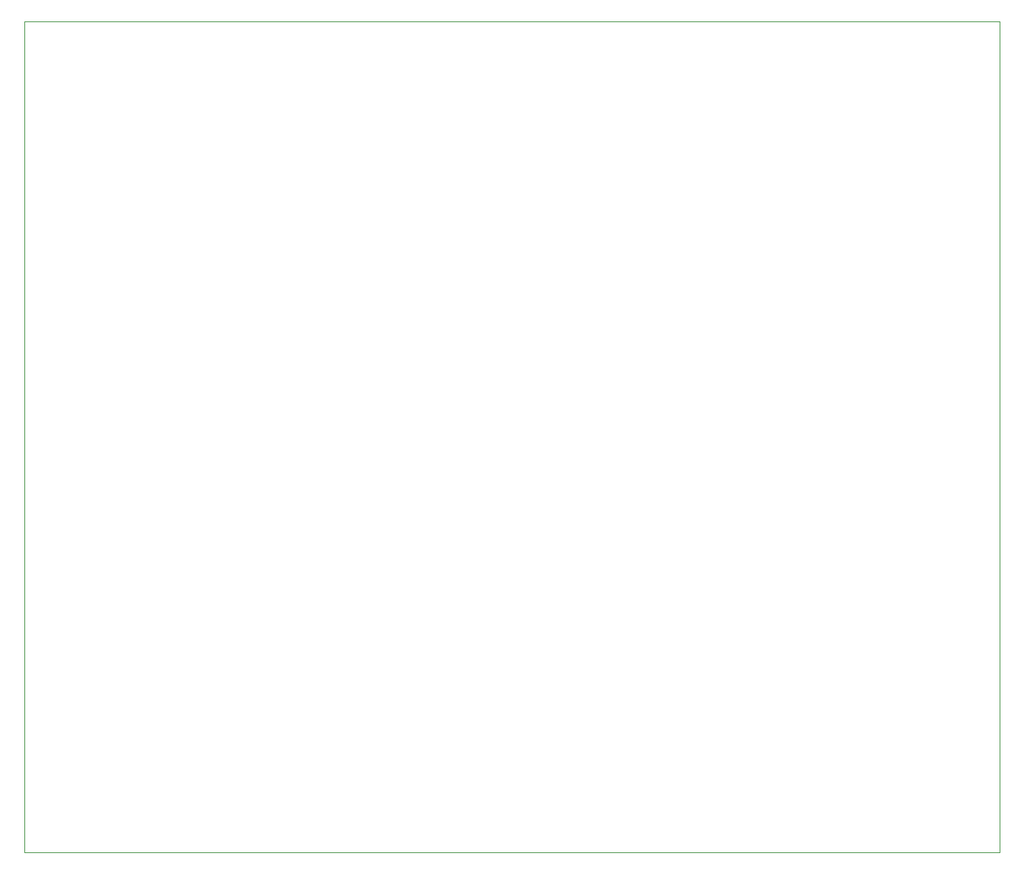
<source format=gbr>
G04 #@! TF.GenerationSoftware,KiCad,Pcbnew,(5.1.5)-3*
G04 #@! TF.CreationDate,2020-05-09T17:48:56+02:00*
G04 #@! TF.ProjectId,splitflap,73706c69-7466-46c6-9170-2e6b69636164,rev?*
G04 #@! TF.SameCoordinates,Original*
G04 #@! TF.FileFunction,Profile,NP*
%FSLAX46Y46*%
G04 Gerber Fmt 4.6, Leading zero omitted, Abs format (unit mm)*
G04 Created by KiCad (PCBNEW (5.1.5)-3) date 2020-05-09 17:48:56*
%MOMM*%
%LPD*%
G04 APERTURE LIST*
%ADD10C,0.050000*%
G04 APERTURE END LIST*
D10*
X259080000Y-25400000D02*
X259080000Y-39370000D01*
X147320000Y-25400000D02*
X259080000Y-25400000D01*
X147320000Y-120650000D02*
X147320000Y-25400000D01*
X259080000Y-120650000D02*
X147320000Y-120650000D01*
X259080000Y-39370000D02*
X259080000Y-120650000D01*
M02*

</source>
